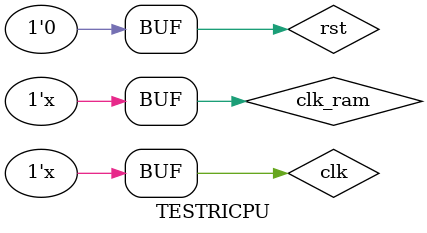
<source format=v>
`timescale 1ns / 1ps


module TESTRICPU;

	// Inputs
	reg clk;
	reg clk_ram;
	reg rst;

	// Outputs
	wire [31:0] ALU_F;
	wire FR_ZF;
	wire FR_OF;
	wire [31:0] A, B;
	wire [31:0] Mem_R_Data;
	wire [6:0] MW;

	// Instantiate the Unit Under Test (UUT)
	RICPU uut (
		.clk(clk), 
		.clk_ram(clk_ram), 
		.rst(rst), 
		.ALU_F(ALU_F), 
		.FR_ZF(FR_ZF), 
		.FR_OF(FR_OF), 
		.A(A),
		.B(B),
		.MW(MW),
		.Mem_R_Data(Mem_R_Data)
	);
	always #4 clk = ~clk;
	always #1 clk_ram = ~clk_ram;
	initial begin
		// Initialize Inputs
		clk = 0;
		clk_ram = 0;
		rst = 0;
	
		// Wait 100 ns for global reset to finish
		#4;
		rst = 1;
        
		#4;
		rst = 0;
	end
      
endmodule


</source>
